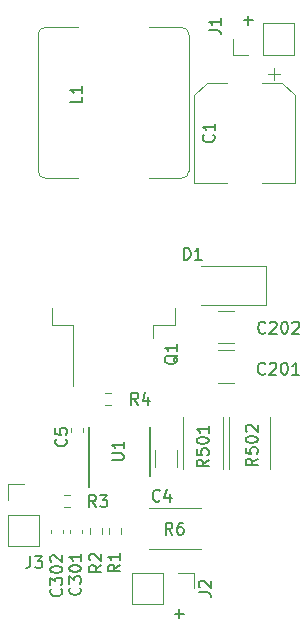
<source format=gto>
G04 #@! TF.GenerationSoftware,KiCad,Pcbnew,8.0.0*
G04 #@! TF.CreationDate,2024-02-29T15:27:24+11:00*
G04 #@! TF.ProjectId,GingerLight,47696e67-6572-44c6-9967-68742e6b6963,rev?*
G04 #@! TF.SameCoordinates,Original*
G04 #@! TF.FileFunction,Legend,Top*
G04 #@! TF.FilePolarity,Positive*
%FSLAX46Y46*%
G04 Gerber Fmt 4.6, Leading zero omitted, Abs format (unit mm)*
G04 Created by KiCad (PCBNEW 8.0.0) date 2024-02-29 15:27:24*
%MOMM*%
%LPD*%
G01*
G04 APERTURE LIST*
%ADD10C,0.150000*%
%ADD11C,0.120000*%
G04 APERTURE END LIST*
D10*
X152196779Y-138138866D02*
X152958684Y-138138866D01*
X152577731Y-138519819D02*
X152577731Y-137757914D01*
X158036779Y-87918866D02*
X158798684Y-87918866D01*
X158417731Y-88299819D02*
X158417731Y-87537914D01*
X159204819Y-125019047D02*
X158728628Y-125352380D01*
X159204819Y-125590475D02*
X158204819Y-125590475D01*
X158204819Y-125590475D02*
X158204819Y-125209523D01*
X158204819Y-125209523D02*
X158252438Y-125114285D01*
X158252438Y-125114285D02*
X158300057Y-125066666D01*
X158300057Y-125066666D02*
X158395295Y-125019047D01*
X158395295Y-125019047D02*
X158538152Y-125019047D01*
X158538152Y-125019047D02*
X158633390Y-125066666D01*
X158633390Y-125066666D02*
X158681009Y-125114285D01*
X158681009Y-125114285D02*
X158728628Y-125209523D01*
X158728628Y-125209523D02*
X158728628Y-125590475D01*
X158204819Y-124114285D02*
X158204819Y-124590475D01*
X158204819Y-124590475D02*
X158681009Y-124638094D01*
X158681009Y-124638094D02*
X158633390Y-124590475D01*
X158633390Y-124590475D02*
X158585771Y-124495237D01*
X158585771Y-124495237D02*
X158585771Y-124257142D01*
X158585771Y-124257142D02*
X158633390Y-124161904D01*
X158633390Y-124161904D02*
X158681009Y-124114285D01*
X158681009Y-124114285D02*
X158776247Y-124066666D01*
X158776247Y-124066666D02*
X159014342Y-124066666D01*
X159014342Y-124066666D02*
X159109580Y-124114285D01*
X159109580Y-124114285D02*
X159157200Y-124161904D01*
X159157200Y-124161904D02*
X159204819Y-124257142D01*
X159204819Y-124257142D02*
X159204819Y-124495237D01*
X159204819Y-124495237D02*
X159157200Y-124590475D01*
X159157200Y-124590475D02*
X159109580Y-124638094D01*
X158204819Y-123447618D02*
X158204819Y-123352380D01*
X158204819Y-123352380D02*
X158252438Y-123257142D01*
X158252438Y-123257142D02*
X158300057Y-123209523D01*
X158300057Y-123209523D02*
X158395295Y-123161904D01*
X158395295Y-123161904D02*
X158585771Y-123114285D01*
X158585771Y-123114285D02*
X158823866Y-123114285D01*
X158823866Y-123114285D02*
X159014342Y-123161904D01*
X159014342Y-123161904D02*
X159109580Y-123209523D01*
X159109580Y-123209523D02*
X159157200Y-123257142D01*
X159157200Y-123257142D02*
X159204819Y-123352380D01*
X159204819Y-123352380D02*
X159204819Y-123447618D01*
X159204819Y-123447618D02*
X159157200Y-123542856D01*
X159157200Y-123542856D02*
X159109580Y-123590475D01*
X159109580Y-123590475D02*
X159014342Y-123638094D01*
X159014342Y-123638094D02*
X158823866Y-123685713D01*
X158823866Y-123685713D02*
X158585771Y-123685713D01*
X158585771Y-123685713D02*
X158395295Y-123638094D01*
X158395295Y-123638094D02*
X158300057Y-123590475D01*
X158300057Y-123590475D02*
X158252438Y-123542856D01*
X158252438Y-123542856D02*
X158204819Y-123447618D01*
X158300057Y-122733332D02*
X158252438Y-122685713D01*
X158252438Y-122685713D02*
X158204819Y-122590475D01*
X158204819Y-122590475D02*
X158204819Y-122352380D01*
X158204819Y-122352380D02*
X158252438Y-122257142D01*
X158252438Y-122257142D02*
X158300057Y-122209523D01*
X158300057Y-122209523D02*
X158395295Y-122161904D01*
X158395295Y-122161904D02*
X158490533Y-122161904D01*
X158490533Y-122161904D02*
X158633390Y-122209523D01*
X158633390Y-122209523D02*
X159204819Y-122780951D01*
X159204819Y-122780951D02*
X159204819Y-122161904D01*
X152440057Y-116265238D02*
X152392438Y-116360476D01*
X152392438Y-116360476D02*
X152297200Y-116455714D01*
X152297200Y-116455714D02*
X152154342Y-116598571D01*
X152154342Y-116598571D02*
X152106723Y-116693809D01*
X152106723Y-116693809D02*
X152106723Y-116789047D01*
X152344819Y-116741428D02*
X152297200Y-116836666D01*
X152297200Y-116836666D02*
X152201961Y-116931904D01*
X152201961Y-116931904D02*
X152011485Y-116979523D01*
X152011485Y-116979523D02*
X151678152Y-116979523D01*
X151678152Y-116979523D02*
X151487676Y-116931904D01*
X151487676Y-116931904D02*
X151392438Y-116836666D01*
X151392438Y-116836666D02*
X151344819Y-116741428D01*
X151344819Y-116741428D02*
X151344819Y-116550952D01*
X151344819Y-116550952D02*
X151392438Y-116455714D01*
X151392438Y-116455714D02*
X151487676Y-116360476D01*
X151487676Y-116360476D02*
X151678152Y-116312857D01*
X151678152Y-116312857D02*
X152011485Y-116312857D01*
X152011485Y-116312857D02*
X152201961Y-116360476D01*
X152201961Y-116360476D02*
X152297200Y-116455714D01*
X152297200Y-116455714D02*
X152344819Y-116550952D01*
X152344819Y-116550952D02*
X152344819Y-116741428D01*
X152344819Y-115360476D02*
X152344819Y-115931904D01*
X152344819Y-115646190D02*
X151344819Y-115646190D01*
X151344819Y-115646190D02*
X151487676Y-115741428D01*
X151487676Y-115741428D02*
X151582914Y-115836666D01*
X151582914Y-115836666D02*
X151630533Y-115931904D01*
X145510833Y-129126069D02*
X145177500Y-128649878D01*
X144939405Y-129126069D02*
X144939405Y-128126069D01*
X144939405Y-128126069D02*
X145320357Y-128126069D01*
X145320357Y-128126069D02*
X145415595Y-128173688D01*
X145415595Y-128173688D02*
X145463214Y-128221307D01*
X145463214Y-128221307D02*
X145510833Y-128316545D01*
X145510833Y-128316545D02*
X145510833Y-128459402D01*
X145510833Y-128459402D02*
X145463214Y-128554640D01*
X145463214Y-128554640D02*
X145415595Y-128602259D01*
X145415595Y-128602259D02*
X145320357Y-128649878D01*
X145320357Y-128649878D02*
X144939405Y-128649878D01*
X145844167Y-128126069D02*
X146463214Y-128126069D01*
X146463214Y-128126069D02*
X146129881Y-128507021D01*
X146129881Y-128507021D02*
X146272738Y-128507021D01*
X146272738Y-128507021D02*
X146367976Y-128554640D01*
X146367976Y-128554640D02*
X146415595Y-128602259D01*
X146415595Y-128602259D02*
X146463214Y-128697497D01*
X146463214Y-128697497D02*
X146463214Y-128935592D01*
X146463214Y-128935592D02*
X146415595Y-129030830D01*
X146415595Y-129030830D02*
X146367976Y-129078450D01*
X146367976Y-129078450D02*
X146272738Y-129126069D01*
X146272738Y-129126069D02*
X145987024Y-129126069D01*
X145987024Y-129126069D02*
X145891786Y-129078450D01*
X145891786Y-129078450D02*
X145844167Y-129030830D01*
X159860952Y-114339580D02*
X159813333Y-114387200D01*
X159813333Y-114387200D02*
X159670476Y-114434819D01*
X159670476Y-114434819D02*
X159575238Y-114434819D01*
X159575238Y-114434819D02*
X159432381Y-114387200D01*
X159432381Y-114387200D02*
X159337143Y-114291961D01*
X159337143Y-114291961D02*
X159289524Y-114196723D01*
X159289524Y-114196723D02*
X159241905Y-114006247D01*
X159241905Y-114006247D02*
X159241905Y-113863390D01*
X159241905Y-113863390D02*
X159289524Y-113672914D01*
X159289524Y-113672914D02*
X159337143Y-113577676D01*
X159337143Y-113577676D02*
X159432381Y-113482438D01*
X159432381Y-113482438D02*
X159575238Y-113434819D01*
X159575238Y-113434819D02*
X159670476Y-113434819D01*
X159670476Y-113434819D02*
X159813333Y-113482438D01*
X159813333Y-113482438D02*
X159860952Y-113530057D01*
X160241905Y-113530057D02*
X160289524Y-113482438D01*
X160289524Y-113482438D02*
X160384762Y-113434819D01*
X160384762Y-113434819D02*
X160622857Y-113434819D01*
X160622857Y-113434819D02*
X160718095Y-113482438D01*
X160718095Y-113482438D02*
X160765714Y-113530057D01*
X160765714Y-113530057D02*
X160813333Y-113625295D01*
X160813333Y-113625295D02*
X160813333Y-113720533D01*
X160813333Y-113720533D02*
X160765714Y-113863390D01*
X160765714Y-113863390D02*
X160194286Y-114434819D01*
X160194286Y-114434819D02*
X160813333Y-114434819D01*
X161432381Y-113434819D02*
X161527619Y-113434819D01*
X161527619Y-113434819D02*
X161622857Y-113482438D01*
X161622857Y-113482438D02*
X161670476Y-113530057D01*
X161670476Y-113530057D02*
X161718095Y-113625295D01*
X161718095Y-113625295D02*
X161765714Y-113815771D01*
X161765714Y-113815771D02*
X161765714Y-114053866D01*
X161765714Y-114053866D02*
X161718095Y-114244342D01*
X161718095Y-114244342D02*
X161670476Y-114339580D01*
X161670476Y-114339580D02*
X161622857Y-114387200D01*
X161622857Y-114387200D02*
X161527619Y-114434819D01*
X161527619Y-114434819D02*
X161432381Y-114434819D01*
X161432381Y-114434819D02*
X161337143Y-114387200D01*
X161337143Y-114387200D02*
X161289524Y-114339580D01*
X161289524Y-114339580D02*
X161241905Y-114244342D01*
X161241905Y-114244342D02*
X161194286Y-114053866D01*
X161194286Y-114053866D02*
X161194286Y-113815771D01*
X161194286Y-113815771D02*
X161241905Y-113625295D01*
X161241905Y-113625295D02*
X161289524Y-113530057D01*
X161289524Y-113530057D02*
X161337143Y-113482438D01*
X161337143Y-113482438D02*
X161432381Y-113434819D01*
X162146667Y-113530057D02*
X162194286Y-113482438D01*
X162194286Y-113482438D02*
X162289524Y-113434819D01*
X162289524Y-113434819D02*
X162527619Y-113434819D01*
X162527619Y-113434819D02*
X162622857Y-113482438D01*
X162622857Y-113482438D02*
X162670476Y-113530057D01*
X162670476Y-113530057D02*
X162718095Y-113625295D01*
X162718095Y-113625295D02*
X162718095Y-113720533D01*
X162718095Y-113720533D02*
X162670476Y-113863390D01*
X162670476Y-113863390D02*
X162099048Y-114434819D01*
X162099048Y-114434819D02*
X162718095Y-114434819D01*
X146854819Y-125161904D02*
X147664342Y-125161904D01*
X147664342Y-125161904D02*
X147759580Y-125114285D01*
X147759580Y-125114285D02*
X147807200Y-125066666D01*
X147807200Y-125066666D02*
X147854819Y-124971428D01*
X147854819Y-124971428D02*
X147854819Y-124780952D01*
X147854819Y-124780952D02*
X147807200Y-124685714D01*
X147807200Y-124685714D02*
X147759580Y-124638095D01*
X147759580Y-124638095D02*
X147664342Y-124590476D01*
X147664342Y-124590476D02*
X146854819Y-124590476D01*
X147854819Y-123590476D02*
X147854819Y-124161904D01*
X147854819Y-123876190D02*
X146854819Y-123876190D01*
X146854819Y-123876190D02*
X146997676Y-123971428D01*
X146997676Y-123971428D02*
X147092914Y-124066666D01*
X147092914Y-124066666D02*
X147140533Y-124161904D01*
X139966666Y-133269819D02*
X139966666Y-133984104D01*
X139966666Y-133984104D02*
X139919047Y-134126961D01*
X139919047Y-134126961D02*
X139823809Y-134222200D01*
X139823809Y-134222200D02*
X139680952Y-134269819D01*
X139680952Y-134269819D02*
X139585714Y-134269819D01*
X140347619Y-133269819D02*
X140966666Y-133269819D01*
X140966666Y-133269819D02*
X140633333Y-133650771D01*
X140633333Y-133650771D02*
X140776190Y-133650771D01*
X140776190Y-133650771D02*
X140871428Y-133698390D01*
X140871428Y-133698390D02*
X140919047Y-133746009D01*
X140919047Y-133746009D02*
X140966666Y-133841247D01*
X140966666Y-133841247D02*
X140966666Y-134079342D01*
X140966666Y-134079342D02*
X140919047Y-134174580D01*
X140919047Y-134174580D02*
X140871428Y-134222200D01*
X140871428Y-134222200D02*
X140776190Y-134269819D01*
X140776190Y-134269819D02*
X140490476Y-134269819D01*
X140490476Y-134269819D02*
X140395238Y-134222200D01*
X140395238Y-134222200D02*
X140347619Y-134174580D01*
X159840952Y-117809580D02*
X159793333Y-117857200D01*
X159793333Y-117857200D02*
X159650476Y-117904819D01*
X159650476Y-117904819D02*
X159555238Y-117904819D01*
X159555238Y-117904819D02*
X159412381Y-117857200D01*
X159412381Y-117857200D02*
X159317143Y-117761961D01*
X159317143Y-117761961D02*
X159269524Y-117666723D01*
X159269524Y-117666723D02*
X159221905Y-117476247D01*
X159221905Y-117476247D02*
X159221905Y-117333390D01*
X159221905Y-117333390D02*
X159269524Y-117142914D01*
X159269524Y-117142914D02*
X159317143Y-117047676D01*
X159317143Y-117047676D02*
X159412381Y-116952438D01*
X159412381Y-116952438D02*
X159555238Y-116904819D01*
X159555238Y-116904819D02*
X159650476Y-116904819D01*
X159650476Y-116904819D02*
X159793333Y-116952438D01*
X159793333Y-116952438D02*
X159840952Y-117000057D01*
X160221905Y-117000057D02*
X160269524Y-116952438D01*
X160269524Y-116952438D02*
X160364762Y-116904819D01*
X160364762Y-116904819D02*
X160602857Y-116904819D01*
X160602857Y-116904819D02*
X160698095Y-116952438D01*
X160698095Y-116952438D02*
X160745714Y-117000057D01*
X160745714Y-117000057D02*
X160793333Y-117095295D01*
X160793333Y-117095295D02*
X160793333Y-117190533D01*
X160793333Y-117190533D02*
X160745714Y-117333390D01*
X160745714Y-117333390D02*
X160174286Y-117904819D01*
X160174286Y-117904819D02*
X160793333Y-117904819D01*
X161412381Y-116904819D02*
X161507619Y-116904819D01*
X161507619Y-116904819D02*
X161602857Y-116952438D01*
X161602857Y-116952438D02*
X161650476Y-117000057D01*
X161650476Y-117000057D02*
X161698095Y-117095295D01*
X161698095Y-117095295D02*
X161745714Y-117285771D01*
X161745714Y-117285771D02*
X161745714Y-117523866D01*
X161745714Y-117523866D02*
X161698095Y-117714342D01*
X161698095Y-117714342D02*
X161650476Y-117809580D01*
X161650476Y-117809580D02*
X161602857Y-117857200D01*
X161602857Y-117857200D02*
X161507619Y-117904819D01*
X161507619Y-117904819D02*
X161412381Y-117904819D01*
X161412381Y-117904819D02*
X161317143Y-117857200D01*
X161317143Y-117857200D02*
X161269524Y-117809580D01*
X161269524Y-117809580D02*
X161221905Y-117714342D01*
X161221905Y-117714342D02*
X161174286Y-117523866D01*
X161174286Y-117523866D02*
X161174286Y-117285771D01*
X161174286Y-117285771D02*
X161221905Y-117095295D01*
X161221905Y-117095295D02*
X161269524Y-117000057D01*
X161269524Y-117000057D02*
X161317143Y-116952438D01*
X161317143Y-116952438D02*
X161412381Y-116904819D01*
X162698095Y-117904819D02*
X162126667Y-117904819D01*
X162412381Y-117904819D02*
X162412381Y-116904819D01*
X162412381Y-116904819D02*
X162317143Y-117047676D01*
X162317143Y-117047676D02*
X162221905Y-117142914D01*
X162221905Y-117142914D02*
X162126667Y-117190533D01*
X154229819Y-136353333D02*
X154944104Y-136353333D01*
X154944104Y-136353333D02*
X155086961Y-136400952D01*
X155086961Y-136400952D02*
X155182200Y-136496190D01*
X155182200Y-136496190D02*
X155229819Y-136639047D01*
X155229819Y-136639047D02*
X155229819Y-136734285D01*
X154325057Y-135924761D02*
X154277438Y-135877142D01*
X154277438Y-135877142D02*
X154229819Y-135781904D01*
X154229819Y-135781904D02*
X154229819Y-135543809D01*
X154229819Y-135543809D02*
X154277438Y-135448571D01*
X154277438Y-135448571D02*
X154325057Y-135400952D01*
X154325057Y-135400952D02*
X154420295Y-135353333D01*
X154420295Y-135353333D02*
X154515533Y-135353333D01*
X154515533Y-135353333D02*
X154658390Y-135400952D01*
X154658390Y-135400952D02*
X155229819Y-135972380D01*
X155229819Y-135972380D02*
X155229819Y-135353333D01*
X155459580Y-97609166D02*
X155507200Y-97656785D01*
X155507200Y-97656785D02*
X155554819Y-97799642D01*
X155554819Y-97799642D02*
X155554819Y-97894880D01*
X155554819Y-97894880D02*
X155507200Y-98037737D01*
X155507200Y-98037737D02*
X155411961Y-98132975D01*
X155411961Y-98132975D02*
X155316723Y-98180594D01*
X155316723Y-98180594D02*
X155126247Y-98228213D01*
X155126247Y-98228213D02*
X154983390Y-98228213D01*
X154983390Y-98228213D02*
X154792914Y-98180594D01*
X154792914Y-98180594D02*
X154697676Y-98132975D01*
X154697676Y-98132975D02*
X154602438Y-98037737D01*
X154602438Y-98037737D02*
X154554819Y-97894880D01*
X154554819Y-97894880D02*
X154554819Y-97799642D01*
X154554819Y-97799642D02*
X154602438Y-97656785D01*
X154602438Y-97656785D02*
X154650057Y-97609166D01*
X155554819Y-96656785D02*
X155554819Y-97228213D01*
X155554819Y-96942499D02*
X154554819Y-96942499D01*
X154554819Y-96942499D02*
X154697676Y-97037737D01*
X154697676Y-97037737D02*
X154792914Y-97132975D01*
X154792914Y-97132975D02*
X154840533Y-97228213D01*
X142549580Y-136046547D02*
X142597200Y-136094166D01*
X142597200Y-136094166D02*
X142644819Y-136237023D01*
X142644819Y-136237023D02*
X142644819Y-136332261D01*
X142644819Y-136332261D02*
X142597200Y-136475118D01*
X142597200Y-136475118D02*
X142501961Y-136570356D01*
X142501961Y-136570356D02*
X142406723Y-136617975D01*
X142406723Y-136617975D02*
X142216247Y-136665594D01*
X142216247Y-136665594D02*
X142073390Y-136665594D01*
X142073390Y-136665594D02*
X141882914Y-136617975D01*
X141882914Y-136617975D02*
X141787676Y-136570356D01*
X141787676Y-136570356D02*
X141692438Y-136475118D01*
X141692438Y-136475118D02*
X141644819Y-136332261D01*
X141644819Y-136332261D02*
X141644819Y-136237023D01*
X141644819Y-136237023D02*
X141692438Y-136094166D01*
X141692438Y-136094166D02*
X141740057Y-136046547D01*
X141644819Y-135713213D02*
X141644819Y-135094166D01*
X141644819Y-135094166D02*
X142025771Y-135427499D01*
X142025771Y-135427499D02*
X142025771Y-135284642D01*
X142025771Y-135284642D02*
X142073390Y-135189404D01*
X142073390Y-135189404D02*
X142121009Y-135141785D01*
X142121009Y-135141785D02*
X142216247Y-135094166D01*
X142216247Y-135094166D02*
X142454342Y-135094166D01*
X142454342Y-135094166D02*
X142549580Y-135141785D01*
X142549580Y-135141785D02*
X142597200Y-135189404D01*
X142597200Y-135189404D02*
X142644819Y-135284642D01*
X142644819Y-135284642D02*
X142644819Y-135570356D01*
X142644819Y-135570356D02*
X142597200Y-135665594D01*
X142597200Y-135665594D02*
X142549580Y-135713213D01*
X141644819Y-134475118D02*
X141644819Y-134379880D01*
X141644819Y-134379880D02*
X141692438Y-134284642D01*
X141692438Y-134284642D02*
X141740057Y-134237023D01*
X141740057Y-134237023D02*
X141835295Y-134189404D01*
X141835295Y-134189404D02*
X142025771Y-134141785D01*
X142025771Y-134141785D02*
X142263866Y-134141785D01*
X142263866Y-134141785D02*
X142454342Y-134189404D01*
X142454342Y-134189404D02*
X142549580Y-134237023D01*
X142549580Y-134237023D02*
X142597200Y-134284642D01*
X142597200Y-134284642D02*
X142644819Y-134379880D01*
X142644819Y-134379880D02*
X142644819Y-134475118D01*
X142644819Y-134475118D02*
X142597200Y-134570356D01*
X142597200Y-134570356D02*
X142549580Y-134617975D01*
X142549580Y-134617975D02*
X142454342Y-134665594D01*
X142454342Y-134665594D02*
X142263866Y-134713213D01*
X142263866Y-134713213D02*
X142025771Y-134713213D01*
X142025771Y-134713213D02*
X141835295Y-134665594D01*
X141835295Y-134665594D02*
X141740057Y-134617975D01*
X141740057Y-134617975D02*
X141692438Y-134570356D01*
X141692438Y-134570356D02*
X141644819Y-134475118D01*
X141740057Y-133760832D02*
X141692438Y-133713213D01*
X141692438Y-133713213D02*
X141644819Y-133617975D01*
X141644819Y-133617975D02*
X141644819Y-133379880D01*
X141644819Y-133379880D02*
X141692438Y-133284642D01*
X141692438Y-133284642D02*
X141740057Y-133237023D01*
X141740057Y-133237023D02*
X141835295Y-133189404D01*
X141835295Y-133189404D02*
X141930533Y-133189404D01*
X141930533Y-133189404D02*
X142073390Y-133237023D01*
X142073390Y-133237023D02*
X142644819Y-133808451D01*
X142644819Y-133808451D02*
X142644819Y-133189404D01*
X147534819Y-133996666D02*
X147058628Y-134329999D01*
X147534819Y-134568094D02*
X146534819Y-134568094D01*
X146534819Y-134568094D02*
X146534819Y-134187142D01*
X146534819Y-134187142D02*
X146582438Y-134091904D01*
X146582438Y-134091904D02*
X146630057Y-134044285D01*
X146630057Y-134044285D02*
X146725295Y-133996666D01*
X146725295Y-133996666D02*
X146868152Y-133996666D01*
X146868152Y-133996666D02*
X146963390Y-134044285D01*
X146963390Y-134044285D02*
X147011009Y-134091904D01*
X147011009Y-134091904D02*
X147058628Y-134187142D01*
X147058628Y-134187142D02*
X147058628Y-134568094D01*
X147534819Y-133044285D02*
X147534819Y-133615713D01*
X147534819Y-133329999D02*
X146534819Y-133329999D01*
X146534819Y-133329999D02*
X146677676Y-133425237D01*
X146677676Y-133425237D02*
X146772914Y-133520475D01*
X146772914Y-133520475D02*
X146820533Y-133615713D01*
X152951905Y-108174819D02*
X152951905Y-107174819D01*
X152951905Y-107174819D02*
X153190000Y-107174819D01*
X153190000Y-107174819D02*
X153332857Y-107222438D01*
X153332857Y-107222438D02*
X153428095Y-107317676D01*
X153428095Y-107317676D02*
X153475714Y-107412914D01*
X153475714Y-107412914D02*
X153523333Y-107603390D01*
X153523333Y-107603390D02*
X153523333Y-107746247D01*
X153523333Y-107746247D02*
X153475714Y-107936723D01*
X153475714Y-107936723D02*
X153428095Y-108031961D01*
X153428095Y-108031961D02*
X153332857Y-108127200D01*
X153332857Y-108127200D02*
X153190000Y-108174819D01*
X153190000Y-108174819D02*
X152951905Y-108174819D01*
X154475714Y-108174819D02*
X153904286Y-108174819D01*
X154190000Y-108174819D02*
X154190000Y-107174819D01*
X154190000Y-107174819D02*
X154094762Y-107317676D01*
X154094762Y-107317676D02*
X153999524Y-107412914D01*
X153999524Y-107412914D02*
X153904286Y-107460533D01*
X145954819Y-134026666D02*
X145478628Y-134359999D01*
X145954819Y-134598094D02*
X144954819Y-134598094D01*
X144954819Y-134598094D02*
X144954819Y-134217142D01*
X144954819Y-134217142D02*
X145002438Y-134121904D01*
X145002438Y-134121904D02*
X145050057Y-134074285D01*
X145050057Y-134074285D02*
X145145295Y-134026666D01*
X145145295Y-134026666D02*
X145288152Y-134026666D01*
X145288152Y-134026666D02*
X145383390Y-134074285D01*
X145383390Y-134074285D02*
X145431009Y-134121904D01*
X145431009Y-134121904D02*
X145478628Y-134217142D01*
X145478628Y-134217142D02*
X145478628Y-134598094D01*
X145050057Y-133645713D02*
X145002438Y-133598094D01*
X145002438Y-133598094D02*
X144954819Y-133502856D01*
X144954819Y-133502856D02*
X144954819Y-133264761D01*
X144954819Y-133264761D02*
X145002438Y-133169523D01*
X145002438Y-133169523D02*
X145050057Y-133121904D01*
X145050057Y-133121904D02*
X145145295Y-133074285D01*
X145145295Y-133074285D02*
X145240533Y-133074285D01*
X145240533Y-133074285D02*
X145383390Y-133121904D01*
X145383390Y-133121904D02*
X145954819Y-133693332D01*
X145954819Y-133693332D02*
X145954819Y-133074285D01*
X144149580Y-135946547D02*
X144197200Y-135994166D01*
X144197200Y-135994166D02*
X144244819Y-136137023D01*
X144244819Y-136137023D02*
X144244819Y-136232261D01*
X144244819Y-136232261D02*
X144197200Y-136375118D01*
X144197200Y-136375118D02*
X144101961Y-136470356D01*
X144101961Y-136470356D02*
X144006723Y-136517975D01*
X144006723Y-136517975D02*
X143816247Y-136565594D01*
X143816247Y-136565594D02*
X143673390Y-136565594D01*
X143673390Y-136565594D02*
X143482914Y-136517975D01*
X143482914Y-136517975D02*
X143387676Y-136470356D01*
X143387676Y-136470356D02*
X143292438Y-136375118D01*
X143292438Y-136375118D02*
X143244819Y-136232261D01*
X143244819Y-136232261D02*
X143244819Y-136137023D01*
X143244819Y-136137023D02*
X143292438Y-135994166D01*
X143292438Y-135994166D02*
X143340057Y-135946547D01*
X143244819Y-135613213D02*
X143244819Y-134994166D01*
X143244819Y-134994166D02*
X143625771Y-135327499D01*
X143625771Y-135327499D02*
X143625771Y-135184642D01*
X143625771Y-135184642D02*
X143673390Y-135089404D01*
X143673390Y-135089404D02*
X143721009Y-135041785D01*
X143721009Y-135041785D02*
X143816247Y-134994166D01*
X143816247Y-134994166D02*
X144054342Y-134994166D01*
X144054342Y-134994166D02*
X144149580Y-135041785D01*
X144149580Y-135041785D02*
X144197200Y-135089404D01*
X144197200Y-135089404D02*
X144244819Y-135184642D01*
X144244819Y-135184642D02*
X144244819Y-135470356D01*
X144244819Y-135470356D02*
X144197200Y-135565594D01*
X144197200Y-135565594D02*
X144149580Y-135613213D01*
X143244819Y-134375118D02*
X143244819Y-134279880D01*
X143244819Y-134279880D02*
X143292438Y-134184642D01*
X143292438Y-134184642D02*
X143340057Y-134137023D01*
X143340057Y-134137023D02*
X143435295Y-134089404D01*
X143435295Y-134089404D02*
X143625771Y-134041785D01*
X143625771Y-134041785D02*
X143863866Y-134041785D01*
X143863866Y-134041785D02*
X144054342Y-134089404D01*
X144054342Y-134089404D02*
X144149580Y-134137023D01*
X144149580Y-134137023D02*
X144197200Y-134184642D01*
X144197200Y-134184642D02*
X144244819Y-134279880D01*
X144244819Y-134279880D02*
X144244819Y-134375118D01*
X144244819Y-134375118D02*
X144197200Y-134470356D01*
X144197200Y-134470356D02*
X144149580Y-134517975D01*
X144149580Y-134517975D02*
X144054342Y-134565594D01*
X144054342Y-134565594D02*
X143863866Y-134613213D01*
X143863866Y-134613213D02*
X143625771Y-134613213D01*
X143625771Y-134613213D02*
X143435295Y-134565594D01*
X143435295Y-134565594D02*
X143340057Y-134517975D01*
X143340057Y-134517975D02*
X143292438Y-134470356D01*
X143292438Y-134470356D02*
X143244819Y-134375118D01*
X144244819Y-133089404D02*
X144244819Y-133660832D01*
X144244819Y-133375118D02*
X143244819Y-133375118D01*
X143244819Y-133375118D02*
X143387676Y-133470356D01*
X143387676Y-133470356D02*
X143482914Y-133565594D01*
X143482914Y-133565594D02*
X143530533Y-133660832D01*
X144354819Y-94366666D02*
X144354819Y-94842856D01*
X144354819Y-94842856D02*
X143354819Y-94842856D01*
X144354819Y-93509523D02*
X144354819Y-94080951D01*
X144354819Y-93795237D02*
X143354819Y-93795237D01*
X143354819Y-93795237D02*
X143497676Y-93890475D01*
X143497676Y-93890475D02*
X143592914Y-93985713D01*
X143592914Y-93985713D02*
X143640533Y-94080951D01*
X155044819Y-125119047D02*
X154568628Y-125452380D01*
X155044819Y-125690475D02*
X154044819Y-125690475D01*
X154044819Y-125690475D02*
X154044819Y-125309523D01*
X154044819Y-125309523D02*
X154092438Y-125214285D01*
X154092438Y-125214285D02*
X154140057Y-125166666D01*
X154140057Y-125166666D02*
X154235295Y-125119047D01*
X154235295Y-125119047D02*
X154378152Y-125119047D01*
X154378152Y-125119047D02*
X154473390Y-125166666D01*
X154473390Y-125166666D02*
X154521009Y-125214285D01*
X154521009Y-125214285D02*
X154568628Y-125309523D01*
X154568628Y-125309523D02*
X154568628Y-125690475D01*
X154044819Y-124214285D02*
X154044819Y-124690475D01*
X154044819Y-124690475D02*
X154521009Y-124738094D01*
X154521009Y-124738094D02*
X154473390Y-124690475D01*
X154473390Y-124690475D02*
X154425771Y-124595237D01*
X154425771Y-124595237D02*
X154425771Y-124357142D01*
X154425771Y-124357142D02*
X154473390Y-124261904D01*
X154473390Y-124261904D02*
X154521009Y-124214285D01*
X154521009Y-124214285D02*
X154616247Y-124166666D01*
X154616247Y-124166666D02*
X154854342Y-124166666D01*
X154854342Y-124166666D02*
X154949580Y-124214285D01*
X154949580Y-124214285D02*
X154997200Y-124261904D01*
X154997200Y-124261904D02*
X155044819Y-124357142D01*
X155044819Y-124357142D02*
X155044819Y-124595237D01*
X155044819Y-124595237D02*
X154997200Y-124690475D01*
X154997200Y-124690475D02*
X154949580Y-124738094D01*
X154044819Y-123547618D02*
X154044819Y-123452380D01*
X154044819Y-123452380D02*
X154092438Y-123357142D01*
X154092438Y-123357142D02*
X154140057Y-123309523D01*
X154140057Y-123309523D02*
X154235295Y-123261904D01*
X154235295Y-123261904D02*
X154425771Y-123214285D01*
X154425771Y-123214285D02*
X154663866Y-123214285D01*
X154663866Y-123214285D02*
X154854342Y-123261904D01*
X154854342Y-123261904D02*
X154949580Y-123309523D01*
X154949580Y-123309523D02*
X154997200Y-123357142D01*
X154997200Y-123357142D02*
X155044819Y-123452380D01*
X155044819Y-123452380D02*
X155044819Y-123547618D01*
X155044819Y-123547618D02*
X154997200Y-123642856D01*
X154997200Y-123642856D02*
X154949580Y-123690475D01*
X154949580Y-123690475D02*
X154854342Y-123738094D01*
X154854342Y-123738094D02*
X154663866Y-123785713D01*
X154663866Y-123785713D02*
X154425771Y-123785713D01*
X154425771Y-123785713D02*
X154235295Y-123738094D01*
X154235295Y-123738094D02*
X154140057Y-123690475D01*
X154140057Y-123690475D02*
X154092438Y-123642856D01*
X154092438Y-123642856D02*
X154044819Y-123547618D01*
X155044819Y-122261904D02*
X155044819Y-122833332D01*
X155044819Y-122547618D02*
X154044819Y-122547618D01*
X154044819Y-122547618D02*
X154187676Y-122642856D01*
X154187676Y-122642856D02*
X154282914Y-122738094D01*
X154282914Y-122738094D02*
X154330533Y-122833332D01*
X149083333Y-120454819D02*
X148750000Y-119978628D01*
X148511905Y-120454819D02*
X148511905Y-119454819D01*
X148511905Y-119454819D02*
X148892857Y-119454819D01*
X148892857Y-119454819D02*
X148988095Y-119502438D01*
X148988095Y-119502438D02*
X149035714Y-119550057D01*
X149035714Y-119550057D02*
X149083333Y-119645295D01*
X149083333Y-119645295D02*
X149083333Y-119788152D01*
X149083333Y-119788152D02*
X149035714Y-119883390D01*
X149035714Y-119883390D02*
X148988095Y-119931009D01*
X148988095Y-119931009D02*
X148892857Y-119978628D01*
X148892857Y-119978628D02*
X148511905Y-119978628D01*
X149940476Y-119788152D02*
X149940476Y-120454819D01*
X149702381Y-119407200D02*
X149464286Y-120121485D01*
X149464286Y-120121485D02*
X150083333Y-120121485D01*
X142959580Y-123379166D02*
X143007200Y-123426785D01*
X143007200Y-123426785D02*
X143054819Y-123569642D01*
X143054819Y-123569642D02*
X143054819Y-123664880D01*
X143054819Y-123664880D02*
X143007200Y-123807737D01*
X143007200Y-123807737D02*
X142911961Y-123902975D01*
X142911961Y-123902975D02*
X142816723Y-123950594D01*
X142816723Y-123950594D02*
X142626247Y-123998213D01*
X142626247Y-123998213D02*
X142483390Y-123998213D01*
X142483390Y-123998213D02*
X142292914Y-123950594D01*
X142292914Y-123950594D02*
X142197676Y-123902975D01*
X142197676Y-123902975D02*
X142102438Y-123807737D01*
X142102438Y-123807737D02*
X142054819Y-123664880D01*
X142054819Y-123664880D02*
X142054819Y-123569642D01*
X142054819Y-123569642D02*
X142102438Y-123426785D01*
X142102438Y-123426785D02*
X142150057Y-123379166D01*
X142054819Y-122474404D02*
X142054819Y-122950594D01*
X142054819Y-122950594D02*
X142531009Y-122998213D01*
X142531009Y-122998213D02*
X142483390Y-122950594D01*
X142483390Y-122950594D02*
X142435771Y-122855356D01*
X142435771Y-122855356D02*
X142435771Y-122617261D01*
X142435771Y-122617261D02*
X142483390Y-122522023D01*
X142483390Y-122522023D02*
X142531009Y-122474404D01*
X142531009Y-122474404D02*
X142626247Y-122426785D01*
X142626247Y-122426785D02*
X142864342Y-122426785D01*
X142864342Y-122426785D02*
X142959580Y-122474404D01*
X142959580Y-122474404D02*
X143007200Y-122522023D01*
X143007200Y-122522023D02*
X143054819Y-122617261D01*
X143054819Y-122617261D02*
X143054819Y-122855356D01*
X143054819Y-122855356D02*
X143007200Y-122950594D01*
X143007200Y-122950594D02*
X142959580Y-122998213D01*
X150923333Y-128569580D02*
X150875714Y-128617200D01*
X150875714Y-128617200D02*
X150732857Y-128664819D01*
X150732857Y-128664819D02*
X150637619Y-128664819D01*
X150637619Y-128664819D02*
X150494762Y-128617200D01*
X150494762Y-128617200D02*
X150399524Y-128521961D01*
X150399524Y-128521961D02*
X150351905Y-128426723D01*
X150351905Y-128426723D02*
X150304286Y-128236247D01*
X150304286Y-128236247D02*
X150304286Y-128093390D01*
X150304286Y-128093390D02*
X150351905Y-127902914D01*
X150351905Y-127902914D02*
X150399524Y-127807676D01*
X150399524Y-127807676D02*
X150494762Y-127712438D01*
X150494762Y-127712438D02*
X150637619Y-127664819D01*
X150637619Y-127664819D02*
X150732857Y-127664819D01*
X150732857Y-127664819D02*
X150875714Y-127712438D01*
X150875714Y-127712438D02*
X150923333Y-127760057D01*
X151780476Y-127998152D02*
X151780476Y-128664819D01*
X151542381Y-127617200D02*
X151304286Y-128331485D01*
X151304286Y-128331485D02*
X151923333Y-128331485D01*
X155079819Y-88733333D02*
X155794104Y-88733333D01*
X155794104Y-88733333D02*
X155936961Y-88780952D01*
X155936961Y-88780952D02*
X156032200Y-88876190D01*
X156032200Y-88876190D02*
X156079819Y-89019047D01*
X156079819Y-89019047D02*
X156079819Y-89114285D01*
X156079819Y-87733333D02*
X156079819Y-88304761D01*
X156079819Y-88019047D02*
X155079819Y-88019047D01*
X155079819Y-88019047D02*
X155222676Y-88114285D01*
X155222676Y-88114285D02*
X155317914Y-88209523D01*
X155317914Y-88209523D02*
X155365533Y-88304761D01*
X151993333Y-131454819D02*
X151660000Y-130978628D01*
X151421905Y-131454819D02*
X151421905Y-130454819D01*
X151421905Y-130454819D02*
X151802857Y-130454819D01*
X151802857Y-130454819D02*
X151898095Y-130502438D01*
X151898095Y-130502438D02*
X151945714Y-130550057D01*
X151945714Y-130550057D02*
X151993333Y-130645295D01*
X151993333Y-130645295D02*
X151993333Y-130788152D01*
X151993333Y-130788152D02*
X151945714Y-130883390D01*
X151945714Y-130883390D02*
X151898095Y-130931009D01*
X151898095Y-130931009D02*
X151802857Y-130978628D01*
X151802857Y-130978628D02*
X151421905Y-130978628D01*
X152850476Y-130454819D02*
X152660000Y-130454819D01*
X152660000Y-130454819D02*
X152564762Y-130502438D01*
X152564762Y-130502438D02*
X152517143Y-130550057D01*
X152517143Y-130550057D02*
X152421905Y-130692914D01*
X152421905Y-130692914D02*
X152374286Y-130883390D01*
X152374286Y-130883390D02*
X152374286Y-131264342D01*
X152374286Y-131264342D02*
X152421905Y-131359580D01*
X152421905Y-131359580D02*
X152469524Y-131407200D01*
X152469524Y-131407200D02*
X152564762Y-131454819D01*
X152564762Y-131454819D02*
X152755238Y-131454819D01*
X152755238Y-131454819D02*
X152850476Y-131407200D01*
X152850476Y-131407200D02*
X152898095Y-131359580D01*
X152898095Y-131359580D02*
X152945714Y-131264342D01*
X152945714Y-131264342D02*
X152945714Y-131026247D01*
X152945714Y-131026247D02*
X152898095Y-130931009D01*
X152898095Y-130931009D02*
X152850476Y-130883390D01*
X152850476Y-130883390D02*
X152755238Y-130835771D01*
X152755238Y-130835771D02*
X152564762Y-130835771D01*
X152564762Y-130835771D02*
X152469524Y-130883390D01*
X152469524Y-130883390D02*
X152421905Y-130931009D01*
X152421905Y-130931009D02*
X152374286Y-131026247D01*
D11*
G04 #@! TO.C,R502*
X156790000Y-121522936D02*
X156790000Y-125877064D01*
X160210000Y-121522936D02*
X160210000Y-125877064D01*
G04 #@! TO.C,Q1*
X141775000Y-112250000D02*
X141775000Y-113750000D01*
X141775000Y-113750000D02*
X143585000Y-113750000D01*
X143585000Y-113750000D02*
X143585000Y-118875000D01*
X150365000Y-113750000D02*
X150365000Y-114850000D01*
X152175000Y-112250000D02*
X152175000Y-113750000D01*
X152175000Y-113750000D02*
X150365000Y-113750000D01*
G04 #@! TO.C,R3*
X143344724Y-128105000D02*
X142835276Y-128105000D01*
X143344724Y-129150000D02*
X142835276Y-129150000D01*
G04 #@! TO.C,C202*
X157241252Y-112500000D02*
X155818748Y-112500000D01*
X157241252Y-115220000D02*
X155818748Y-115220000D01*
D10*
G04 #@! TO.C,U1*
X144930000Y-127400000D02*
X144930000Y-122330000D01*
X150070000Y-126470000D02*
X150070000Y-122330000D01*
D11*
G04 #@! TO.C,J3*
X138070000Y-127185000D02*
X139400000Y-127185000D01*
X138070000Y-128515000D02*
X138070000Y-127185000D01*
X138070000Y-129785000D02*
X138070000Y-132385000D01*
X138070000Y-129785000D02*
X140730000Y-129785000D01*
X138070000Y-132385000D02*
X140730000Y-132385000D01*
X140730000Y-129785000D02*
X140730000Y-132385000D01*
G04 #@! TO.C,C201*
X157241252Y-115870000D02*
X155818748Y-115870000D01*
X157241252Y-118590000D02*
X155818748Y-118590000D01*
G04 #@! TO.C,J2*
X148575000Y-134690000D02*
X148575000Y-137350000D01*
X151175000Y-134690000D02*
X148575000Y-134690000D01*
X151175000Y-134690000D02*
X151175000Y-137350000D01*
X151175000Y-137350000D02*
X148575000Y-137350000D01*
X152445000Y-134690000D02*
X153775000Y-134690000D01*
X153775000Y-134690000D02*
X153775000Y-136020000D01*
G04 #@! TO.C,C1*
X153840000Y-94246937D02*
X153840000Y-101702500D01*
X153840000Y-101702500D02*
X156590000Y-101702500D01*
X154904437Y-93182500D02*
X153840000Y-94246937D01*
X154904437Y-93182500D02*
X156590000Y-93182500D01*
X160610000Y-91942500D02*
X160610000Y-92942500D01*
X161110000Y-92442500D02*
X160110000Y-92442500D01*
X161295563Y-93182500D02*
X159610000Y-93182500D01*
X161295563Y-93182500D02*
X162360000Y-94246937D01*
X162360000Y-94246937D02*
X162360000Y-101702500D01*
X162360000Y-101702500D02*
X159610000Y-101702500D01*
G04 #@! TO.C,C302*
X141680000Y-131043733D02*
X141680000Y-131336267D01*
X142700000Y-131043733D02*
X142700000Y-131336267D01*
G04 #@! TO.C,R1*
X146577500Y-131424724D02*
X146577500Y-130915276D01*
X147622500Y-131424724D02*
X147622500Y-130915276D01*
G04 #@! TO.C,D1*
X159910000Y-108750000D02*
X154400000Y-108750000D01*
X159910000Y-112050000D02*
X154400000Y-112050000D01*
X159910000Y-112050000D02*
X159910000Y-108750000D01*
G04 #@! TO.C,R2*
X144987500Y-130915276D02*
X144987500Y-131424724D01*
X146032500Y-130915276D02*
X146032500Y-131424724D01*
G04 #@! TO.C,C301*
X143280000Y-131043733D02*
X143280000Y-131336267D01*
X144300000Y-131043733D02*
X144300000Y-131336267D01*
G04 #@! TO.C,L1*
X140600000Y-100650000D02*
X140600000Y-89150000D01*
X144000000Y-88500000D02*
X141250000Y-88500000D01*
X144000000Y-101300000D02*
X141250000Y-101300000D01*
X152750000Y-88500000D02*
X150000000Y-88500000D01*
X152750000Y-101300000D02*
X150000000Y-101300000D01*
X153400000Y-89150000D02*
X153400000Y-100650000D01*
X140600000Y-89150000D02*
G75*
G02*
X141250000Y-88500000I650001J-1D01*
G01*
X141250000Y-101300000D02*
G75*
G02*
X140600000Y-100650000I0J650000D01*
G01*
X152750000Y-88500000D02*
G75*
G02*
X153400000Y-89150000I-1J-650001D01*
G01*
X153400000Y-100650000D02*
G75*
G02*
X152750000Y-101300000I-650000J0D01*
G01*
G04 #@! TO.C,R501*
X152880000Y-121522936D02*
X152880000Y-125877064D01*
X156300000Y-121522936D02*
X156300000Y-125877064D01*
G04 #@! TO.C,R4*
X146245276Y-119477500D02*
X146754724Y-119477500D01*
X146245276Y-120522500D02*
X146754724Y-120522500D01*
G04 #@! TO.C,C5*
X143390000Y-122466233D02*
X143390000Y-122758767D01*
X144410000Y-122466233D02*
X144410000Y-122758767D01*
G04 #@! TO.C,C4*
X150530000Y-124291248D02*
X150530000Y-125713752D01*
X152350000Y-124291248D02*
X152350000Y-125713752D01*
G04 #@! TO.C,J1*
X157095000Y-90830000D02*
X157095000Y-89500000D01*
X158425000Y-90830000D02*
X157095000Y-90830000D01*
X159695000Y-88170000D02*
X162295000Y-88170000D01*
X159695000Y-90830000D02*
X159695000Y-88170000D01*
X159695000Y-90830000D02*
X162295000Y-90830000D01*
X162295000Y-90830000D02*
X162295000Y-88170000D01*
G04 #@! TO.C,R6*
X154397064Y-129230000D02*
X150042936Y-129230000D01*
X154397064Y-132650000D02*
X150042936Y-132650000D01*
G04 #@! TD*
M02*

</source>
